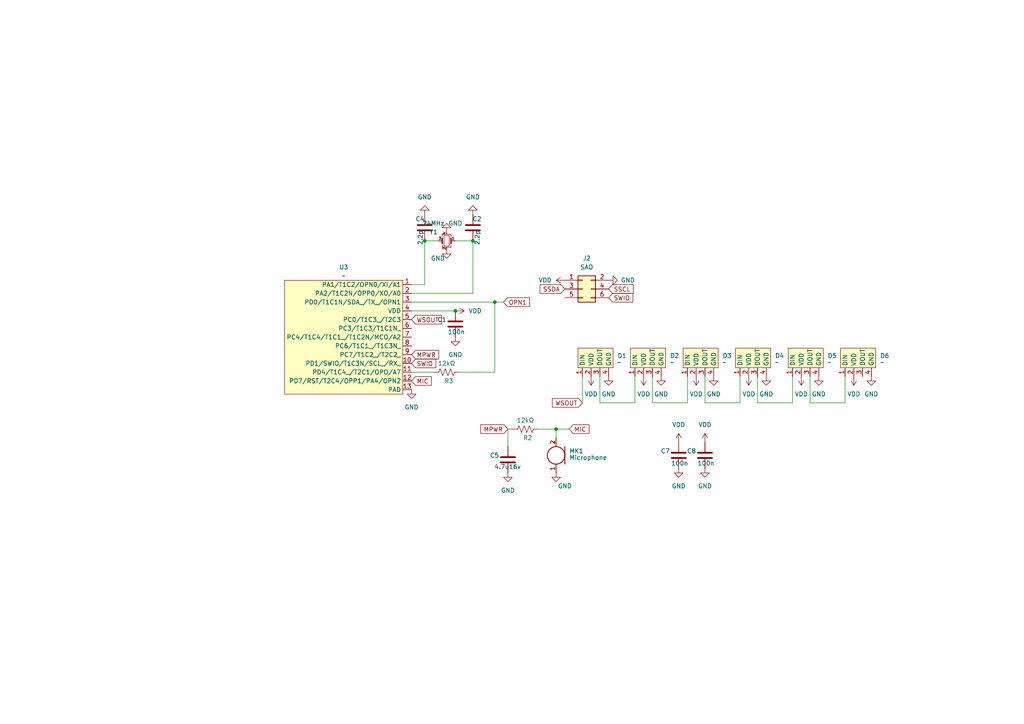
<source format=kicad_sch>
(kicad_sch (version 20231120) (generator "eeschema") (generator_version "8.0")
  (paper "A4")
  (lib_symbols
    (symbol "Connector_Generic:Conn_02x03_Odd_Even" (pin_names (offset 1.016) hide)
      (property "Reference" "J" (at 1.27 5.08 0))
      (property "Value" "Conn_02x03_Odd_Even" (at 1.27 -5.08 0))
      (symbol "Conn_02x03_Odd_Even_1_1"
        (rectangle (start -1.27 -2.413) (end 0 -2.667) (stroke (width 0.1524)))
        (rectangle (start -1.27 0.127) (end 0 -0.127) (stroke (width 0.1524)))
        (rectangle (start -1.27 2.667) (end 0 2.413) (stroke (width 0.1524)))
        (rectangle (start -1.27 3.81) (end 3.81 -3.81) (stroke (width 0.254)) (fill (type background)))
        (rectangle (start 3.81 -2.413) (end 2.54 -2.667) (stroke (width 0.1524)))
        (rectangle (start 3.81 0.127) (end 2.54 -0.127) (stroke (width 0.1524)))
        (rectangle (start 3.81 2.667) (end 2.54 2.413) (stroke (width 0.1524)))
        (pin passive line (at -5.08 2.54 0) (length 3.81) (name "Pin_1") (number "1"))
        (pin passive line (at 7.62 2.54 180) (length 3.81) (name "Pin_2") (number "2"))
        (pin passive line (at -5.08 0 0) (length 3.81) (name "Pin_3") (number "3"))
        (pin passive line (at 7.62 0 180) (length 3.81) (name "Pin_4") (number "4"))
        (pin passive line (at -5.08 -2.54 0) (length 3.81) (name "Pin_5") (number "5"))
        (pin passive line (at 7.62 -2.54 180) (length 3.81) (name "Pin_6") (number "6"))
      )
    )
    (symbol "Device:C" (pin_numbers hide) (pin_names (offset 0.254))
      (property "Reference" "C" (at 0.635 2.54 0))
      (property "Value" "C" (at 0.635 -2.54 0))
      (symbol "C_0_1"
        (polyline (pts (xy -2.032 -0.762) (xy 2.032 -0.762)) (stroke (width 0.508)))
        (polyline (pts (xy -2.032 0.762) (xy 2.032 0.762)) (stroke (width 0.508)))
      )
      (symbol "C_1_1"
        (pin passive line (at 0 3.81 270) (length 2.794) (name "~") (number "1"))
        (pin passive line (at 0 -3.81 90) (length 2.794) (name "~") (number "2"))
      )
    )
    (symbol "Device:Crystal_GND24_Small" (pin_names (offset 1.016) hide)
      (property "Reference" "Y" (at 1.27 4.445 0))
      (property "Value" "Crystal_GND24_Small" (at 1.27 2.54 0))
      (symbol "Crystal_GND24_Small_0_1"
        (rectangle (start -0.762 -1.524) (end 0.762 1.524))
        (polyline (pts (xy -1.27 -0.762) (xy -1.27 0.762)) (stroke (width 0.381)))
        (polyline (pts (xy 1.27 -0.762) (xy 1.27 0.762)) (stroke (width 0.381)))
        (polyline (pts (xy -1.27 -1.27) (xy -1.27 -1.905) (xy 1.27 -1.905) (xy 1.27 -1.27)))
        (polyline (pts (xy -1.27 1.27) (xy -1.27 1.905) (xy 1.27 1.905) (xy 1.27 1.27)))
      )
      (symbol "Crystal_GND24_Small_1_1"
        (pin passive line (at -2.54 0 0) (length 1.27) (name "1") (number "1"))
        (pin passive line (at 0 -2.54 90) (length 0.635) (name "2") (number "2"))
        (pin passive line (at 2.54 0 180) (length 1.27) (name "3") (number "3"))
        (pin passive line (at 0 2.54 270) (length 0.635) (name "4") (number "4"))
      )
    )
    (symbol "Swadge_Parts:GND" (power) (pin_names (offset 0))
      (property "Value" "GND" (at 0 -3.81 0))
      (symbol "GND_0_1"
        (polyline (pts (xy 0 0) (xy 0 -1.27) (xy 1.27 -1.27) (xy 0 -2.54) (xy -1.27 -1.27) (xy 0 -1.27)))
      )
      (symbol "GND_1_1"
        (pin power_in line (at 0 0 270) (length 0) hide (name "GND") (number "1"))
      )
    )
    (symbol "Swadge_Parts:Microphone-INGHAi-4mm" (pin_names (offset 0.0254) hide)
      (property "Reference" "MK" (at -3.81 1.27 0))
      (property "Value" "Microphone" (at -3.81 -0.635 0))
      (symbol "Microphone-INGHAi-4mm_0_1"
        (polyline (pts (xy -2.54 2.54) (xy -2.54 -2.54)) (stroke (width 0.254)))
        (polyline (pts (xy 0.254 3.81) (xy 0.762 3.81)))
        (polyline (pts (xy 0.508 4.064) (xy 0.508 3.556)))
        (circle (center 0 0) (radius 2.54) (stroke (width 0.254)))
      )
      (symbol "Microphone-INGHAi-4mm_1_1"
        (pin passive line (at 0 -5.08 90) (length 2.54) (name "-") (number "1"))
        (pin passive line (at 0 5.08 270) (length 2.54) (name "+") (number "2"))
      )
    )
    (symbol "Swadge_Parts:R_US" (pin_numbers hide) (pin_names (offset 0))
      (property "Reference" "R" (at 2.54 0 90))
      (property "Value" "R_US" (at -2.54 0 90))
      (symbol "R_US_0_1"
        (polyline (pts (xy 0 -2.286) (xy 0 -2.54)))
        (polyline (pts (xy 0 2.286) (xy 0 2.54)))
        (polyline (pts (xy 0 -0.762) (xy 1.016 -1.143) (xy 0 -1.524) (xy -1.016 -1.905) (xy 0 -2.286)))
        (polyline (pts (xy 0 0.762) (xy 1.016 0.381) (xy 0 0) (xy -1.016 -0.381) (xy 0 -0.762)))
        (polyline (pts (xy 0 2.286) (xy 1.016 1.905) (xy 0 1.524) (xy -1.016 1.143) (xy 0 0.762)))
      )
      (symbol "R_US_1_1"
        (pin passive line (at 0 3.81 270) (length 1.27) (name "~") (number "1"))
        (pin passive line (at 0 -3.81 90) (length 1.27) (name "~") (number "2"))
      )
    )
    (symbol "cnhardware:CH32V005D6U6"
      (property "Reference" "U" (at 0 -17.78 0))
      (symbol "CH32V005D6U6_1_1"
        (rectangle (start 15.24 16.51) (end -19.05 -16.51) (fill (type background)))
        (pin bidirectional line (at 17.78 15.24 180) (length 2.54) (name "PA1/T1C2/OPN0/XI/A1") (number "1"))
        (pin bidirectional line (at 17.78 -7.62 180) (length 2.54) (name "PD1/SWIO/T1C3N/SCL_/RX_") (number "10"))
        (pin bidirectional line (at 17.78 -10.16 180) (length 2.54) (name "PD4/T1C4_/T2C1/OPO/A7") (number "11"))
        (pin bidirectional line (at 17.78 -12.7 180) (length 2.54) (name "PD7/RST/T2C4/OPP1/PA4/OPN2") (number "12"))
        (pin bidirectional line (at 17.78 -15.24 180) (length 2.54) (name "PAD") (number "13"))
        (pin bidirectional line (at 17.78 12.7 180) (length 2.54) (name "PA2/T1C2N/OPP0/XO/A0") (number "2"))
        (pin bidirectional line (at 17.78 10.16 180) (length 2.54) (name "PD0/T1C1N/SDA_/TX_/OPN1") (number "3"))
        (pin bidirectional line (at 17.78 7.62 180) (length 2.54) (name "VDD") (number "4"))
        (pin bidirectional line (at 17.78 5.08 180) (length 2.54) (name "PC0/T1C3_/T2C3") (number "5"))
        (pin bidirectional line (at 17.78 2.54 180) (length 2.54) (name "PC3/T1C3/T1C1N_") (number "6"))
        (pin bidirectional line (at 17.78 0 180) (length 2.54) (name "PC4/T1C4/T1C1_/T1C2N/MCO/A2") (number "7"))
        (pin bidirectional line (at 17.78 -2.54 180) (length 2.54) (name "PC6/T1C1_/T1C3N_") (number "8"))
        (pin bidirectional line (at 17.78 -5.08 180) (length 2.54) (name "PC7/T1C2_/T2C2_") (number "9"))
      )
    )
    (symbol "cnhardware:LC8812-SIDE-4020"
      (property "Reference" "D" (at 0 6.985 0))
      (symbol "LC8812-SIDE-4020_1_1"
        (rectangle (start -5.08 5.715) (end 5.08 0) (fill (type background)))
        (pin bidirectional line (at -3.81 -2.54 90) (length 2.54) (name "DIN") (number "1"))
        (pin bidirectional line (at -1.27 -2.54 90) (length 2.54) (name "VDD") (number "2"))
        (pin bidirectional line (at 1.27 -2.54 90) (length 2.54) (name "DOUT") (number "3"))
        (pin bidirectional line (at 3.81 -2.54 90) (length 2.54) (name "GND") (number "4"))
      )
    )
    (symbol "power:GND" (power) (pin_names (offset 0))
      (property "Value" "GND" (at 0 -3.81 0))
      (symbol "GND_0_1"
        (polyline (pts (xy 0 0) (xy 0 -1.27) (xy 1.27 -1.27) (xy 0 -2.54) (xy -1.27 -1.27) (xy 0 -1.27)))
      )
      (symbol "GND_1_1"
        (pin power_in line (at 0 0 270) (length 0) hide (name "GND") (number "1"))
      )
    )
    (symbol "power:VDD" (power) (pin_names (offset 0))
      (property "Value" "VDD" (at 0 3.81 0))
      (symbol "VDD_0_1"
        (polyline (pts (xy -0.762 1.27) (xy 0 2.54)))
        (polyline (pts (xy 0 0) (xy 0 2.54)))
        (polyline (pts (xy 0 2.54) (xy 0.762 1.27)))
      )
      (symbol "VDD_1_1"
        (pin power_in line (at 0 0 90) (length 0) hide (name "VDD") (number "1"))
      )
    )
  )
  (junction (at 132.08 90.17))
  (junction (at 123.19 69.85))
  (junction (at 161.29 124.46))
  (junction (at 143.51 87.63))
  (junction (at 137.16 69.85))
  (wire (pts (xy 214.63 109.22) (xy 214.63 116.84)))
  (wire (pts (xy 156.21 124.46) (xy 161.29 124.46)))
  (wire (pts (xy 199.39 109.22) (xy 199.39 116.84)))
  (wire (pts (xy 189.23 109.22) (xy 189.23 116.84)))
  (wire (pts (xy 173.99 109.22) (xy 173.99 116.84)))
  (wire (pts (xy 119.38 107.95) (xy 125.73 107.95)))
  (wire (pts (xy 161.29 124.46) (xy 165.1 124.46)))
  (wire (pts (xy 119.38 85.09) (xy 137.16 85.09)))
  (wire (pts (xy 137.16 69.85) (xy 132.08 69.85)))
  (wire (pts (xy 245.11 109.22) (xy 245.11 116.84)))
  (wire (pts (xy 234.95 109.22) (xy 234.95 116.84)))
  (wire (pts (xy 147.32 124.46) (xy 148.59 124.46)))
  (wire (pts (xy 204.47 116.84) (xy 214.63 116.84)))
  (wire (pts (xy 234.95 116.84) (xy 245.11 116.84)))
  (wire (pts (xy 119.38 90.17) (xy 132.08 90.17)))
  (wire (pts (xy 123.19 69.85) (xy 123.19 82.55)))
  (wire (pts (xy 147.32 129.54) (xy 147.32 124.46)))
  (wire (pts (xy 137.16 85.09) (xy 137.16 69.85)))
  (wire (pts (xy 119.38 82.55) (xy 123.19 82.55)))
  (wire (pts (xy 143.51 107.95) (xy 143.51 87.63)))
  (wire (pts (xy 143.51 87.63) (xy 119.38 87.63)))
  (wire (pts (xy 168.91 116.84) (xy 168.91 109.22)))
  (wire (pts (xy 189.23 116.84) (xy 199.39 116.84)))
  (wire (pts (xy 204.47 109.22) (xy 204.47 116.84)))
  (wire (pts (xy 173.99 116.84) (xy 184.15 116.84)))
  (wire (pts (xy 219.71 116.84) (xy 229.87 116.84)))
  (wire (pts (xy 127 69.85) (xy 123.19 69.85)))
  (wire (pts (xy 219.71 109.22) (xy 219.71 116.84)))
  (wire (pts (xy 133.35 107.95) (xy 143.51 107.95)))
  (wire (pts (xy 184.15 109.22) (xy 184.15 116.84)))
  (wire (pts (xy 161.29 124.46) (xy 161.29 127)))
  (wire (pts (xy 229.87 109.22) (xy 229.87 116.84)))
  (wire (pts (xy 146.05 87.63) (xy 143.51 87.63)))
  (global_label "SSCL" (shape input) (at 176.53 83.82 0) (property "Intersheetrefs" "${INTERSHEET_REFS}" (effects (hide yes))))
  (global_label "MIC" (shape input) (at 119.38 110.49 0) (property "Intersheetrefs" "${INTERSHEET_REFS}" (effects (hide yes))))
  (global_label "SSDA" (shape input) (at 163.83 83.82 180) (property "Intersheetrefs" "${INTERSHEET_REFS}" (effects (hide yes))))
  (global_label "OPN1" (shape input) (at 146.05 87.63 0) (property "Intersheetrefs" "${INTERSHEET_REFS}" (effects (hide yes))))
  (global_label "SWIO" (shape input) (at 176.53 86.36 0) (property "Intersheetrefs" "${INTERSHEET_REFS}" (effects (hide yes))))
  (global_label "WSOUT" (shape input) (at 119.38 92.71 0) (property "Intersheetrefs" "${INTERSHEET_REFS}" (effects (hide yes))))
  (global_label "WSOUT" (shape input) (at 168.91 116.84 180) (property "Intersheetrefs" "${INTERSHEET_REFS}" (effects (hide yes))))
  (global_label "SWIO" (shape input) (at 119.38 105.41 0) (property "Intersheetrefs" "${INTERSHEET_REFS}" (effects (hide yes))))
  (global_label "MPWR" (shape input) (at 147.32 124.46 180) (property "Intersheetrefs" "${INTERSHEET_REFS}" (effects (hide yes))))
  (global_label "MPWR" (shape input) (at 119.38 102.87 0) (property "Intersheetrefs" "${INTERSHEET_REFS}" (effects (hide yes))))
  (global_label "MIC" (shape input) (at 165.1 124.46 0) (property "Intersheetrefs" "${INTERSHEET_REFS}" (effects (hide yes))))
  (symbol (lib_id "power:VDD") (at 247.65 109.22 180) (unit 1)
    (property "Reference" "#PWR027" (effects (hide yes)))
    (property "Value" "VDD" (at 247.65 114.3 0))
  )
  (symbol (lib_id "Swadge_Parts:R_US") (at 129.54 107.95 90) (unit 1)
    (property "Reference" "R3" (at 130.175 110.49 90))
    (property "Value" "12kΩ" (at 129.54 105.41 90))
    (property "Footprint" "Resistor_SMD:R_0402_1005Metric" (effects (hide yes)))
    (property "Cost100" "10" (effects (hide yes)))
    (property "Substitutable" "Y" (effects (hide yes)))
    (property "LCSC" "C22790" (effects (hide yes)))
    (property "Cost @ 2.5k" "0.0008" (effects (hide yes)))
  )
  (symbol (lib_id "power:VDD") (at 217.17 109.22 180) (unit 1)
    (property "Reference" "#PWR023" (effects (hide yes)))
    (property "Value" "VDD" (at 217.17 114.3 0))
  )
  (symbol (lib_id "power:GND") (at 176.53 81.28 90) (unit 1)
    (property "Reference" "#PWR035" (effects (hide yes)))
    (property "Value" "GND" (at 184.15 81.28 90) (effects (justify left)))
  )
  (symbol (lib_id "power:GND") (at 204.47 135.89 0) (mirror y) (unit 1)
    (property "Reference" "#PWR032" (effects (hide yes)))
    (property "Value" "GND" (at 204.47 140.97 0))
  )
  (symbol (lib_id "power:GND") (at 191.77 109.22 0) (unit 1)
    (property "Reference" "#PWR020" (effects (hide yes)))
    (property "Value" "GND" (at 191.77 114.3 0))
  )
  (symbol (lib_id "power:VDD") (at 186.69 109.22 180) (unit 1)
    (property "Reference" "#PWR019" (effects (hide yes)))
    (property "Value" "VDD" (at 186.69 114.3 0))
  )
  (symbol (lib_id "power:VDD") (at 201.93 109.22 180) (unit 1)
    (property "Reference" "#PWR021" (effects (hide yes)))
    (property "Value" "VDD" (at 201.93 114.3 0))
  )
  (symbol (lib_id "power:GND") (at 176.53 109.22 0) (unit 1)
    (property "Reference" "#PWR09" (effects (hide yes)))
    (property "Value" "GND" (at 176.53 114.3 0))
  )
  (symbol (lib_id "Device:C") (at 123.19 66.04 0) (mirror y) (unit 1)
    (property "Reference" "C4" (at 123.19 63.5 0) (effects (justify left)))
    (property "Value" "2.2p" (at 121.92 71.12 90) (effects (justify left)))
    (property "Footprint" "Capacitor_SMD:C_0402_1005Metric" (effects (hide yes)))
    (property "LCSC" "C1559" (effects (hide yes)))
  )
  (symbol (lib_id "power:GND") (at 196.85 135.89 0) (mirror y) (unit 1)
    (property "Reference" "#PWR029" (effects (hide yes)))
    (property "Value" "GND" (at 196.85 140.97 0))
  )
  (symbol (lib_id "Connector_Generic:Conn_02x03_Odd_Even") (at 168.91 83.82 0) (unit 1)
    (property "Reference" "J2" (at 170.18 74.93 0))
    (property "Value" "SAO" (at 170.18 77.47 0))
    (property "Footprint" "Connector_PinHeader_2.54mm:PinHeader_2x03_P2.54mm_Vertical_SMD" (effects (hide yes)))
    (property "Description" "Generic connector, double row, 02x03, odd/even pin numbering scheme (row 1 odd numbers, row 2 even numbers), script generated (kicad-library-utils/schlib/autogen/connector/)" (effects (hide yes)))
  )
  (symbol (lib_id "Device:C") (at 196.85 132.08 0) (mirror y) (unit 1)
    (property "Reference" "C7" (at 194.31 130.81 0) (effects (justify left)))
    (property "Value" "100n" (at 199.644 134.366 0) (effects (justify left)))
    (property "Footprint" "Capacitor_SMD:C_0402_1005Metric" (effects (hide yes)))
    (property "LCSC" "C1525" (effects (hide yes)))
  )
  (symbol (lib_id "power:GND") (at 207.01 109.22 0) (unit 1)
    (property "Reference" "#PWR022" (effects (hide yes)))
    (property "Value" "GND" (at 207.01 114.3 0))
  )
  (symbol (lib_id "Swadge_Parts:GND") (at 161.29 137.16 0) (unit 1)
    (property "Reference" "#PWR011" (effects (hide yes)))
    (property "Value" "GND" (at 163.83 140.97 0))
  )
  (symbol (lib_id "power:VDD") (at 163.83 81.28 90) (unit 1)
    (property "Reference" "#PWR034" (effects (hide yes)))
    (property "Value" "VDD" (at 160.02 81.2799 90) (effects (justify left)))
  )
  (symbol (lib_id "power:GND") (at 222.25 109.22 0) (unit 1)
    (property "Reference" "#PWR024" (effects (hide yes)))
    (property "Value" "GND" (at 222.25 114.3 0))
  )
  (symbol (lib_id "cnhardware:CH32V005D6U6") (at 101.6 97.79 0) (unit 1)
    (property "Reference" "U3" (at 99.695 77.47 0))
    (property "Value" "~" (at 99.695 80.01 0))
    (property "Footprint" "cnhardware:QFN-12-P0.4-WCH" (effects (hide yes)))
  )
  (symbol (lib_id "power:VDD") (at 171.45 109.22 180) (unit 1)
    (property "Reference" "#PWR018" (effects (hide yes)))
    (property "Value" "VDD" (at 171.45 114.3 0))
  )
  (symbol (lib_id "Device:C") (at 137.16 66.04 0) (mirror y) (unit 1)
    (property "Reference" "C2" (at 139.7 63.5 0) (effects (justify left)))
    (property "Value" "2.2p" (at 138.43 71.12 90) (effects (justify left)))
    (property "Footprint" "Capacitor_SMD:C_0402_1005Metric" (effects (hide yes)))
    (property "LCSC" "C1559" (effects (hide yes)))
  )
  (symbol (lib_id "power:GND") (at 123.19 62.23 0) (mirror x) (unit 1)
    (property "Reference" "#PWR08" (effects (hide yes)))
    (property "Value" "GND" (at 123.19 57.15 0))
  )
  (symbol (lib_id "Device:Crystal_GND24_Small") (at 129.54 69.85 0) (mirror y) (unit 1)
    (property "Reference" "Y1" (at 125.73 67.31 0))
    (property "Value" "24MHz" (at 125.73 64.77 0))
    (property "Footprint" "Crystal:Crystal_SMD_2016-4Pin_2.0x1.6mm" (effects (hide yes)))
    (property "LCSC" "C2929397" (effects (hide yes)))
  )
  (symbol (lib_id "power:VDD") (at 232.41 109.22 180) (unit 1)
    (property "Reference" "#PWR025" (effects (hide yes)))
    (property "Value" "VDD" (at 232.41 114.3 0))
  )
  (symbol (lib_id "power:GND") (at 147.32 137.16 0) (mirror y) (unit 1)
    (property "Reference" "#PWR07" (effects (hide yes)))
    (property "Value" "GND" (at 147.32 142.24 0))
  )
  (symbol (lib_id "cnhardware:LC8812-SIDE-4020") (at 233.68 106.68 0) (unit 1)
    (property "Reference" "D5" (at 240.03 103.1874 0) (effects (justify left)))
    (property "Value" "~" (at 240.03 105.0925 0) (effects (justify left)))
    (property "Footprint" "cnhardware:LC8812-SIDE-4020" (effects (hide yes)))
  )
  (symbol (lib_id "Device:C") (at 132.08 93.98 0) (mirror y) (unit 1)
    (property "Reference" "C1" (at 129.54 92.71 0) (effects (justify left)))
    (property "Value" "100n" (at 134.874 96.266 0) (effects (justify left)))
    (property "Footprint" "Capacitor_SMD:C_0402_1005Metric" (effects (hide yes)))
    (property "LCSC" "C1525" (effects (hide yes)))
  )
  (symbol (lib_id "power:VDD") (at 132.08 90.17 270) (mirror x) (unit 1)
    (property "Reference" "#PWR01" (effects (hide yes)))
    (property "Value" "VDD" (at 135.89 90.17 90) (effects (justify left)))
  )
  (symbol (lib_id "power:GND") (at 132.08 97.79 0) (mirror y) (unit 1)
    (property "Reference" "#PWR02" (effects (hide yes)))
    (property "Value" "GND" (at 132.08 102.87 0))
  )
  (symbol (lib_id "Swadge_Parts:Microphone-INGHAi-4mm") (at 161.29 132.08 0) (mirror y) (unit 1)
    (property "Reference" "MK1" (at 165.1 130.81 0) (effects (justify right)))
    (property "Value" "Microphone" (at 165.1 132.715 0) (effects (justify right)))
    (property "Footprint" "Swadge_Parts:INGHAi_MIC_GMI4013S-2C58DB" (effects (hide yes)))
    (property "Datasheet" "https://datasheet.lcsc.com/lcsc/2105281609_Goertek-B4013AM423-098_C2835889.pdf" (effects (hide yes)))
    (property "Cost100" "0.11" (effects (hide yes)))
    (property "Substitutable" "N" (effects (hide yes)))
    (property "LCSC" "C529870" (effects (hide yes)))
    (property "Cost @ 2.5k" "0.1825" (effects (hide yes)))
    (property "Notes" "DNP" (effects (hide yes)))
  )
  (symbol (lib_id "Device:C") (at 147.32 133.35 0) (mirror y) (unit 1)
    (property "Reference" "C5" (at 144.78 132.08 0) (effects (justify left)))
    (property "Value" "4.7u16v" (at 151.13 135.382 0) (effects (justify left)))
    (property "Footprint" "Capacitor_SMD:C_0402_1005Metric" (effects (hide yes)))
    (property "LCSC" "C72203" (effects (hide yes)))
  )
  (symbol (lib_id "cnhardware:LC8812-SIDE-4020") (at 172.72 106.68 0) (unit 1)
    (property "Reference" "D1" (at 179.07 103.1874 0) (effects (justify left)))
    (property "Value" "~" (at 179.07 105.0925 0) (effects (justify left)))
    (property "Footprint" "cnhardware:LC8812-SIDE-4020" (effects (hide yes)))
  )
  (symbol (lib_id "cnhardware:LC8812-SIDE-4020") (at 218.44 106.68 0) (unit 1)
    (property "Reference" "D4" (at 224.79 103.1874 0) (effects (justify left)))
    (property "Value" "~" (at 224.79 105.0925 0) (effects (justify left)))
    (property "Footprint" "cnhardware:LC8812-SIDE-4020" (effects (hide yes)))
  )
  (symbol (lib_id "power:GND") (at 252.73 109.22 0) (unit 1)
    (property "Reference" "#PWR028" (effects (hide yes)))
    (property "Value" "GND" (at 252.73 114.3 0))
  )
  (symbol (lib_id "power:VDD") (at 204.47 128.27 0) (mirror y) (unit 1)
    (property "Reference" "#PWR031" (effects (hide yes)))
    (property "Value" "VDD" (at 204.47 123.19 0))
  )
  (symbol (lib_id "power:GND") (at 137.16 62.23 0) (mirror x) (unit 1)
    (property "Reference" "#PWR03" (effects (hide yes)))
    (property "Value" "GND" (at 137.16 57.15 0))
  )
  (symbol (lib_id "power:GND") (at 129.54 72.39 0) (mirror y) (unit 1)
    (property "Reference" "#PWR06" (effects (hide yes)))
    (property "Value" "GND" (at 127 74.93 0))
  )
  (symbol (lib_id "Swadge_Parts:R_US") (at 152.4 124.46 90) (unit 1)
    (property "Reference" "R2" (at 153.035 127 90))
    (property "Value" "12kΩ" (at 152.4 121.92 90))
    (property "Footprint" "Resistor_SMD:R_0402_1005Metric" (effects (hide yes)))
    (property "Cost100" "10" (effects (hide yes)))
    (property "Substitutable" "Y" (effects (hide yes)))
    (property "LCSC" "C22790" (effects (hide yes)))
    (property "Cost @ 2.5k" "0.0008" (effects (hide yes)))
  )
  (symbol (lib_id "Device:C") (at 204.47 132.08 0) (mirror y) (unit 1)
    (property "Reference" "C8" (at 201.93 130.81 0) (effects (justify left)))
    (property "Value" "100n" (at 207.264 134.366 0) (effects (justify left)))
    (property "Footprint" "Capacitor_SMD:C_0402_1005Metric" (effects (hide yes)))
    (property "LCSC" "C1525" (effects (hide yes)))
  )
  (symbol (lib_id "power:VDD") (at 196.85 128.27 0) (mirror y) (unit 1)
    (property "Reference" "#PWR030" (effects (hide yes)))
    (property "Value" "VDD" (at 196.85 123.19 0))
  )
  (symbol (lib_id "cnhardware:LC8812-SIDE-4020") (at 203.2 106.68 0) (unit 1)
    (property "Reference" "D3" (at 209.55 103.1874 0) (effects (justify left)))
    (property "Value" "~" (at 209.55 105.0925 0) (effects (justify left)))
    (property "Footprint" "cnhardware:LC8812-SIDE-4020" (effects (hide yes)))
  )
  (symbol (lib_id "power:GND") (at 119.38 113.03 0) (unit 1)
    (property "Reference" "#PWR013" (effects (hide yes)))
    (property "Value" "GND" (at 119.38 118.11 0))
  )
  (symbol (lib_id "power:GND") (at 237.49 109.22 0) (unit 1)
    (property "Reference" "#PWR026" (effects (hide yes)))
    (property "Value" "GND" (at 237.49 114.3 0))
  )
  (symbol (lib_id "power:GND") (at 129.54 67.31 0) (mirror x) (unit 1)
    (property "Reference" "#PWR05" (effects (hide yes)))
    (property "Value" "GND" (at 132.08 64.77 0))
  )
  (symbol (lib_id "cnhardware:LC8812-SIDE-4020") (at 248.92 106.68 0) (unit 1)
    (property "Reference" "D6" (at 255.27 103.1874 0) (effects (justify left)))
    (property "Value" "~" (at 255.27 105.0925 0) (effects (justify left)))
    (property "Footprint" "cnhardware:LC8812-SIDE-4020" (effects (hide yes)))
  )
  (symbol (lib_id "cnhardware:LC8812-SIDE-4020") (at 187.96 106.68 0) (unit 1)
    (property "Reference" "D2" (at 194.31 103.1874 0) (effects (justify left)))
    (property "Value" "~" (at 194.31 105.0925 0) (effects (justify left)))
    (property "Footprint" "cnhardware:LC8812-SIDE-4020" (effects (hide yes)))
  )
)
</source>
